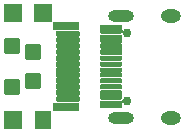
<source format=gbr>
%TF.GenerationSoftware,KiCad,Pcbnew,6.0.0-d3dd2cf0fa~116~ubuntu20.04.1*%
%TF.CreationDate,2022-01-22T11:47:11-08:00*%
%TF.ProjectId,usb-c-power-toggle,7573622d-632d-4706-9f77-65722d746f67,rev?*%
%TF.SameCoordinates,Original*%
%TF.FileFunction,Soldermask,Top*%
%TF.FilePolarity,Negative*%
%FSLAX46Y46*%
G04 Gerber Fmt 4.6, Leading zero omitted, Abs format (unit mm)*
G04 Created by KiCad (PCBNEW 6.0.0-d3dd2cf0fa~116~ubuntu20.04.1) date 2022-01-22 11:47:11*
%MOMM*%
%LPD*%
G01*
G04 APERTURE LIST*
G04 Aperture macros list*
%AMRoundRect*
0 Rectangle with rounded corners*
0 $1 Rounding radius*
0 $2 $3 $4 $5 $6 $7 $8 $9 X,Y pos of 4 corners*
0 Add a 4 corners polygon primitive as box body*
4,1,4,$2,$3,$4,$5,$6,$7,$8,$9,$2,$3,0*
0 Add four circle primitives for the rounded corners*
1,1,$1+$1,$2,$3*
1,1,$1+$1,$4,$5*
1,1,$1+$1,$6,$7*
1,1,$1+$1,$8,$9*
0 Add four rect primitives between the rounded corners*
20,1,$1+$1,$2,$3,$4,$5,0*
20,1,$1+$1,$4,$5,$6,$7,0*
20,1,$1+$1,$6,$7,$8,$9,0*
20,1,$1+$1,$8,$9,$2,$3,0*%
G04 Aperture macros list end*
%ADD10RoundRect,0.050800X-0.700000X0.750000X-0.700000X-0.750000X0.700000X-0.750000X0.700000X0.750000X0*%
%ADD11RoundRect,0.050800X-1.050000X0.325000X-1.050000X-0.325000X1.050000X-0.325000X1.050000X0.325000X0*%
%ADD12RoundRect,0.050800X-0.600000X0.600000X-0.600000X-0.600000X0.600000X-0.600000X0.600000X0.600000X0*%
%ADD13RoundRect,0.050800X-0.650000X0.750000X-0.650000X-0.750000X0.650000X-0.750000X0.650000X0.750000X0*%
%ADD14RoundRect,0.050800X-0.950000X0.175000X-0.950000X-0.175000X0.950000X-0.175000X0.950000X0.175000X0*%
%ADD15RoundRect,0.050800X0.875000X-0.150000X0.875000X0.150000X-0.875000X0.150000X-0.875000X-0.150000X0*%
%ADD16C,0.751600*%
%ADD17O,2.201600X1.001600*%
%ADD18O,1.701600X1.101600*%
G04 APERTURE END LIST*
D10*
%TO.C,P1*%
X132555000Y-74950000D03*
X130055000Y-74950000D03*
D11*
X134555000Y-76100000D03*
X134555000Y-82900000D03*
D12*
X131705000Y-80750000D03*
D13*
X132555000Y-84050000D03*
D12*
X131705000Y-78250000D03*
X129955000Y-77750000D03*
X129955000Y-81250000D03*
D10*
X130055000Y-84050000D03*
D14*
X134655000Y-81750000D03*
X134655000Y-81250000D03*
X134655000Y-78750000D03*
X134655000Y-78250000D03*
X134655000Y-76750000D03*
X134655000Y-77250000D03*
X134655000Y-77750000D03*
X134655000Y-79250000D03*
X134655000Y-79750000D03*
X134655000Y-80250000D03*
X134655000Y-80750000D03*
X134655000Y-82250000D03*
%TD*%
D15*
%TO.C,JP1*%
X138350000Y-76150000D03*
X138350000Y-76450000D03*
X138350000Y-77250000D03*
X138350000Y-76950000D03*
X138350000Y-81750000D03*
X138350000Y-82050000D03*
X138350000Y-82550000D03*
X138350000Y-82850000D03*
X138350000Y-79750000D03*
X138350000Y-80750000D03*
X138350000Y-81250000D03*
X138350000Y-80250000D03*
X138350000Y-77750000D03*
X138350000Y-78250000D03*
X138350000Y-78750000D03*
X138350000Y-79250000D03*
D16*
X139690000Y-76610000D03*
X139690000Y-82390000D03*
D17*
X139190000Y-75180000D03*
X139190000Y-83820000D03*
D18*
X143370000Y-75180000D03*
X143370000Y-83820000D03*
%TD*%
G36*
X139326061Y-82323725D02*
G01*
X139326474Y-82325286D01*
X139316225Y-82390000D01*
X139334518Y-82505502D01*
X139371839Y-82578748D01*
X139371734Y-82580745D01*
X139369952Y-82581653D01*
X139368758Y-82581177D01*
X139341235Y-82557671D01*
X139304356Y-82560573D01*
X139280159Y-82588905D01*
X139277775Y-82603952D01*
X139276517Y-82605506D01*
X139274541Y-82605193D01*
X139273800Y-82603639D01*
X139273800Y-82400199D01*
X139270048Y-82381339D01*
X139259479Y-82365521D01*
X139249000Y-82358519D01*
X139248115Y-82356725D01*
X139249226Y-82355062D01*
X139250501Y-82354894D01*
X139285108Y-82361779D01*
X139316034Y-82341116D01*
X139322637Y-82324244D01*
X139324199Y-82322996D01*
X139326061Y-82323725D01*
G37*
G36*
X133662674Y-82447735D02*
G01*
X133670521Y-82459479D01*
X133686339Y-82470048D01*
X133705199Y-82473800D01*
X135604801Y-82473800D01*
X135623661Y-82470048D01*
X135637701Y-82460667D01*
X135639697Y-82460536D01*
X135640808Y-82462199D01*
X135640475Y-82463441D01*
X135637262Y-82468251D01*
X135637902Y-82469549D01*
X135637569Y-82470529D01*
X135624178Y-82490570D01*
X135631440Y-82527072D01*
X135639426Y-82535058D01*
X135639675Y-82535360D01*
X135640476Y-82536558D01*
X135640607Y-82538554D01*
X135638944Y-82539666D01*
X135637702Y-82539333D01*
X135623661Y-82529952D01*
X135604801Y-82526200D01*
X133618054Y-82526200D01*
X133616322Y-82525200D01*
X133616322Y-82523200D01*
X133617289Y-82522352D01*
X133652229Y-82507879D01*
X133666429Y-82473598D01*
X133659097Y-82449427D01*
X133659551Y-82447479D01*
X133661465Y-82446898D01*
X133662674Y-82447735D01*
G37*
G36*
X139222917Y-82249800D02*
G01*
X139222917Y-82251800D01*
X139222296Y-82252463D01*
X139191340Y-82273146D01*
X139184122Y-82309429D01*
X139204798Y-82340372D01*
X139221648Y-82347352D01*
X139222866Y-82348939D01*
X139222101Y-82350787D01*
X139220883Y-82351200D01*
X137478815Y-82351200D01*
X137477083Y-82350200D01*
X137477083Y-82348200D01*
X137477704Y-82347537D01*
X137508660Y-82326854D01*
X137515878Y-82290571D01*
X137495202Y-82259628D01*
X137478352Y-82252648D01*
X137477134Y-82251061D01*
X137477899Y-82249213D01*
X137479117Y-82248800D01*
X139221185Y-82248800D01*
X139222917Y-82249800D01*
G37*
G36*
X133672298Y-81960667D02*
G01*
X133686339Y-81970048D01*
X133705199Y-81973800D01*
X135604801Y-81973800D01*
X135623661Y-81970048D01*
X135637701Y-81960667D01*
X135639697Y-81960536D01*
X135640808Y-81962199D01*
X135640475Y-81963441D01*
X135637262Y-81968251D01*
X135637902Y-81969549D01*
X135637569Y-81970529D01*
X135624178Y-81990570D01*
X135631440Y-82027072D01*
X135639426Y-82035058D01*
X135639675Y-82035360D01*
X135640476Y-82036558D01*
X135640607Y-82038554D01*
X135638944Y-82039666D01*
X135637702Y-82039333D01*
X135623661Y-82029952D01*
X135604801Y-82026200D01*
X133705199Y-82026200D01*
X133686339Y-82029952D01*
X133672299Y-82039333D01*
X133670303Y-82039464D01*
X133669192Y-82037801D01*
X133669525Y-82036559D01*
X133672738Y-82031749D01*
X133672098Y-82030451D01*
X133672431Y-82029471D01*
X133685822Y-82009430D01*
X133678560Y-81972928D01*
X133670574Y-81964942D01*
X133670325Y-81964640D01*
X133669524Y-81963442D01*
X133669393Y-81961446D01*
X133671056Y-81960334D01*
X133672298Y-81960667D01*
G37*
G36*
X139222917Y-81449800D02*
G01*
X139222917Y-81451800D01*
X139222296Y-81452463D01*
X139191340Y-81473146D01*
X139184122Y-81509429D01*
X139204798Y-81540372D01*
X139221648Y-81547352D01*
X139222866Y-81548939D01*
X139222101Y-81550787D01*
X139220883Y-81551200D01*
X137478815Y-81551200D01*
X137477083Y-81550200D01*
X137477083Y-81548200D01*
X137477704Y-81547537D01*
X137508660Y-81526854D01*
X137515878Y-81490571D01*
X137495202Y-81459628D01*
X137478352Y-81452648D01*
X137477134Y-81451061D01*
X137477899Y-81449213D01*
X137479117Y-81448800D01*
X139221185Y-81448800D01*
X139222917Y-81449800D01*
G37*
G36*
X133672298Y-81460667D02*
G01*
X133686339Y-81470048D01*
X133705199Y-81473800D01*
X135604801Y-81473800D01*
X135623661Y-81470048D01*
X135637701Y-81460667D01*
X135639697Y-81460536D01*
X135640808Y-81462199D01*
X135640475Y-81463441D01*
X135637262Y-81468251D01*
X135637902Y-81469549D01*
X135637569Y-81470529D01*
X135624178Y-81490570D01*
X135631440Y-81527072D01*
X135639426Y-81535058D01*
X135639675Y-81535360D01*
X135640476Y-81536558D01*
X135640607Y-81538554D01*
X135638944Y-81539666D01*
X135637702Y-81539333D01*
X135623661Y-81529952D01*
X135604801Y-81526200D01*
X133705199Y-81526200D01*
X133686339Y-81529952D01*
X133672299Y-81539333D01*
X133670303Y-81539464D01*
X133669192Y-81537801D01*
X133669525Y-81536559D01*
X133672738Y-81531749D01*
X133672098Y-81530451D01*
X133672431Y-81529471D01*
X133685822Y-81509430D01*
X133678560Y-81472928D01*
X133670574Y-81464942D01*
X133670325Y-81464640D01*
X133669524Y-81463442D01*
X133669393Y-81461446D01*
X133671056Y-81460334D01*
X133672298Y-81460667D01*
G37*
G36*
X139222917Y-80949800D02*
G01*
X139222917Y-80951800D01*
X139222296Y-80952463D01*
X139191340Y-80973146D01*
X139184122Y-81009429D01*
X139204798Y-81040372D01*
X139221648Y-81047352D01*
X139222866Y-81048939D01*
X139222101Y-81050787D01*
X139220883Y-81051200D01*
X137478815Y-81051200D01*
X137477083Y-81050200D01*
X137477083Y-81048200D01*
X137477704Y-81047537D01*
X137508660Y-81026854D01*
X137515878Y-80990571D01*
X137495202Y-80959628D01*
X137478352Y-80952648D01*
X137477134Y-80951061D01*
X137477899Y-80949213D01*
X137479117Y-80948800D01*
X139221185Y-80948800D01*
X139222917Y-80949800D01*
G37*
G36*
X133672298Y-80960667D02*
G01*
X133686339Y-80970048D01*
X133705199Y-80973800D01*
X135604801Y-80973800D01*
X135623661Y-80970048D01*
X135637701Y-80960667D01*
X135639697Y-80960536D01*
X135640808Y-80962199D01*
X135640475Y-80963441D01*
X135637262Y-80968251D01*
X135637902Y-80969549D01*
X135637569Y-80970529D01*
X135624178Y-80990570D01*
X135631440Y-81027072D01*
X135639426Y-81035058D01*
X135639675Y-81035360D01*
X135640476Y-81036558D01*
X135640607Y-81038554D01*
X135638944Y-81039666D01*
X135637702Y-81039333D01*
X135623661Y-81029952D01*
X135604801Y-81026200D01*
X133705199Y-81026200D01*
X133686339Y-81029952D01*
X133672299Y-81039333D01*
X133670303Y-81039464D01*
X133669192Y-81037801D01*
X133669525Y-81036559D01*
X133672738Y-81031749D01*
X133672098Y-81030451D01*
X133672431Y-81029471D01*
X133685822Y-81009430D01*
X133678560Y-80972928D01*
X133670574Y-80964942D01*
X133670325Y-80964640D01*
X133669524Y-80963442D01*
X133669393Y-80961446D01*
X133671056Y-80960334D01*
X133672298Y-80960667D01*
G37*
G36*
X139222917Y-80449800D02*
G01*
X139222917Y-80451800D01*
X139222296Y-80452463D01*
X139191340Y-80473146D01*
X139184122Y-80509429D01*
X139204798Y-80540372D01*
X139221648Y-80547352D01*
X139222866Y-80548939D01*
X139222101Y-80550787D01*
X139220883Y-80551200D01*
X137478815Y-80551200D01*
X137477083Y-80550200D01*
X137477083Y-80548200D01*
X137477704Y-80547537D01*
X137508660Y-80526854D01*
X137515878Y-80490571D01*
X137495202Y-80459628D01*
X137478352Y-80452648D01*
X137477134Y-80451061D01*
X137477899Y-80449213D01*
X137479117Y-80448800D01*
X139221185Y-80448800D01*
X139222917Y-80449800D01*
G37*
G36*
X133672298Y-80460667D02*
G01*
X133686339Y-80470048D01*
X133705199Y-80473800D01*
X135604801Y-80473800D01*
X135623661Y-80470048D01*
X135637701Y-80460667D01*
X135639697Y-80460536D01*
X135640808Y-80462199D01*
X135640475Y-80463441D01*
X135637262Y-80468251D01*
X135637902Y-80469549D01*
X135637569Y-80470529D01*
X135624178Y-80490570D01*
X135631440Y-80527072D01*
X135639426Y-80535058D01*
X135639675Y-80535360D01*
X135640476Y-80536558D01*
X135640607Y-80538554D01*
X135638944Y-80539666D01*
X135637702Y-80539333D01*
X135623661Y-80529952D01*
X135604801Y-80526200D01*
X133705199Y-80526200D01*
X133686339Y-80529952D01*
X133672299Y-80539333D01*
X133670303Y-80539464D01*
X133669192Y-80537801D01*
X133669525Y-80536559D01*
X133672738Y-80531749D01*
X133672098Y-80530451D01*
X133672431Y-80529471D01*
X133685822Y-80509430D01*
X133678560Y-80472928D01*
X133670574Y-80464942D01*
X133670325Y-80464640D01*
X133669524Y-80463442D01*
X133669393Y-80461446D01*
X133671056Y-80460334D01*
X133672298Y-80460667D01*
G37*
G36*
X139222917Y-79949800D02*
G01*
X139222917Y-79951800D01*
X139222296Y-79952463D01*
X139191340Y-79973146D01*
X139184122Y-80009429D01*
X139204798Y-80040372D01*
X139221648Y-80047352D01*
X139222866Y-80048939D01*
X139222101Y-80050787D01*
X139220883Y-80051200D01*
X137478815Y-80051200D01*
X137477083Y-80050200D01*
X137477083Y-80048200D01*
X137477704Y-80047537D01*
X137508660Y-80026854D01*
X137515878Y-79990571D01*
X137495202Y-79959628D01*
X137478352Y-79952648D01*
X137477134Y-79951061D01*
X137477899Y-79949213D01*
X137479117Y-79948800D01*
X139221185Y-79948800D01*
X139222917Y-79949800D01*
G37*
G36*
X133672298Y-79960667D02*
G01*
X133686339Y-79970048D01*
X133705199Y-79973800D01*
X135604801Y-79973800D01*
X135623661Y-79970048D01*
X135637701Y-79960667D01*
X135639697Y-79960536D01*
X135640808Y-79962199D01*
X135640475Y-79963441D01*
X135637262Y-79968251D01*
X135637902Y-79969549D01*
X135637569Y-79970529D01*
X135624178Y-79990570D01*
X135631440Y-80027072D01*
X135639426Y-80035058D01*
X135639675Y-80035360D01*
X135640476Y-80036558D01*
X135640607Y-80038554D01*
X135638944Y-80039666D01*
X135637702Y-80039333D01*
X135623661Y-80029952D01*
X135604801Y-80026200D01*
X133705199Y-80026200D01*
X133686339Y-80029952D01*
X133672299Y-80039333D01*
X133670303Y-80039464D01*
X133669192Y-80037801D01*
X133669525Y-80036559D01*
X133672738Y-80031749D01*
X133672098Y-80030451D01*
X133672431Y-80029471D01*
X133685822Y-80009430D01*
X133678560Y-79972928D01*
X133670574Y-79964942D01*
X133670325Y-79964640D01*
X133669524Y-79963442D01*
X133669393Y-79961446D01*
X133671056Y-79960334D01*
X133672298Y-79960667D01*
G37*
G36*
X139222917Y-79449800D02*
G01*
X139222917Y-79451800D01*
X139222296Y-79452463D01*
X139191340Y-79473146D01*
X139184122Y-79509429D01*
X139204798Y-79540372D01*
X139221648Y-79547352D01*
X139222866Y-79548939D01*
X139222101Y-79550787D01*
X139220883Y-79551200D01*
X137478815Y-79551200D01*
X137477083Y-79550200D01*
X137477083Y-79548200D01*
X137477704Y-79547537D01*
X137508660Y-79526854D01*
X137515878Y-79490571D01*
X137495202Y-79459628D01*
X137478352Y-79452648D01*
X137477134Y-79451061D01*
X137477899Y-79449213D01*
X137479117Y-79448800D01*
X139221185Y-79448800D01*
X139222917Y-79449800D01*
G37*
G36*
X133672298Y-79460667D02*
G01*
X133686339Y-79470048D01*
X133705199Y-79473800D01*
X135604801Y-79473800D01*
X135623661Y-79470048D01*
X135637701Y-79460667D01*
X135639697Y-79460536D01*
X135640808Y-79462199D01*
X135640475Y-79463441D01*
X135637262Y-79468251D01*
X135637902Y-79469549D01*
X135637569Y-79470529D01*
X135624178Y-79490570D01*
X135631440Y-79527072D01*
X135639426Y-79535058D01*
X135639675Y-79535360D01*
X135640476Y-79536558D01*
X135640607Y-79538554D01*
X135638944Y-79539666D01*
X135637702Y-79539333D01*
X135623661Y-79529952D01*
X135604801Y-79526200D01*
X133705199Y-79526200D01*
X133686339Y-79529952D01*
X133672299Y-79539333D01*
X133670303Y-79539464D01*
X133669192Y-79537801D01*
X133669525Y-79536559D01*
X133672738Y-79531749D01*
X133672098Y-79530451D01*
X133672431Y-79529471D01*
X133685822Y-79509430D01*
X133678560Y-79472928D01*
X133670574Y-79464942D01*
X133670325Y-79464640D01*
X133669524Y-79463442D01*
X133669393Y-79461446D01*
X133671056Y-79460334D01*
X133672298Y-79460667D01*
G37*
G36*
X139222917Y-78949800D02*
G01*
X139222917Y-78951800D01*
X139222296Y-78952463D01*
X139191340Y-78973146D01*
X139184122Y-79009429D01*
X139204798Y-79040372D01*
X139221648Y-79047352D01*
X139222866Y-79048939D01*
X139222101Y-79050787D01*
X139220883Y-79051200D01*
X137478815Y-79051200D01*
X137477083Y-79050200D01*
X137477083Y-79048200D01*
X137477704Y-79047537D01*
X137508660Y-79026854D01*
X137515878Y-78990571D01*
X137495202Y-78959628D01*
X137478352Y-78952648D01*
X137477134Y-78951061D01*
X137477899Y-78949213D01*
X137479117Y-78948800D01*
X139221185Y-78948800D01*
X139222917Y-78949800D01*
G37*
G36*
X133672298Y-78960667D02*
G01*
X133686339Y-78970048D01*
X133705199Y-78973800D01*
X135604801Y-78973800D01*
X135623661Y-78970048D01*
X135637701Y-78960667D01*
X135639697Y-78960536D01*
X135640808Y-78962199D01*
X135640475Y-78963441D01*
X135637262Y-78968251D01*
X135637902Y-78969549D01*
X135637569Y-78970529D01*
X135624178Y-78990570D01*
X135631440Y-79027072D01*
X135639426Y-79035058D01*
X135639675Y-79035360D01*
X135640476Y-79036558D01*
X135640607Y-79038554D01*
X135638944Y-79039666D01*
X135637702Y-79039333D01*
X135623661Y-79029952D01*
X135604801Y-79026200D01*
X133705199Y-79026200D01*
X133686339Y-79029952D01*
X133672299Y-79039333D01*
X133670303Y-79039464D01*
X133669192Y-79037801D01*
X133669525Y-79036559D01*
X133672738Y-79031749D01*
X133672098Y-79030451D01*
X133672431Y-79029471D01*
X133685822Y-79009430D01*
X133678560Y-78972928D01*
X133670574Y-78964942D01*
X133670325Y-78964640D01*
X133669524Y-78963442D01*
X133669393Y-78961446D01*
X133671056Y-78960334D01*
X133672298Y-78960667D01*
G37*
G36*
X139222917Y-78449800D02*
G01*
X139222917Y-78451800D01*
X139222296Y-78452463D01*
X139191340Y-78473146D01*
X139184122Y-78509429D01*
X139204798Y-78540372D01*
X139221648Y-78547352D01*
X139222866Y-78548939D01*
X139222101Y-78550787D01*
X139220883Y-78551200D01*
X137478815Y-78551200D01*
X137477083Y-78550200D01*
X137477083Y-78548200D01*
X137477704Y-78547537D01*
X137508660Y-78526854D01*
X137515878Y-78490571D01*
X137495202Y-78459628D01*
X137478352Y-78452648D01*
X137477134Y-78451061D01*
X137477899Y-78449213D01*
X137479117Y-78448800D01*
X139221185Y-78448800D01*
X139222917Y-78449800D01*
G37*
G36*
X133672298Y-78460667D02*
G01*
X133686339Y-78470048D01*
X133705199Y-78473800D01*
X135604801Y-78473800D01*
X135623661Y-78470048D01*
X135637701Y-78460667D01*
X135639697Y-78460536D01*
X135640808Y-78462199D01*
X135640475Y-78463441D01*
X135637262Y-78468251D01*
X135637902Y-78469549D01*
X135637569Y-78470529D01*
X135624178Y-78490570D01*
X135631440Y-78527072D01*
X135639426Y-78535058D01*
X135639675Y-78535360D01*
X135640476Y-78536558D01*
X135640607Y-78538554D01*
X135638944Y-78539666D01*
X135637702Y-78539333D01*
X135623661Y-78529952D01*
X135604801Y-78526200D01*
X133705199Y-78526200D01*
X133686339Y-78529952D01*
X133672299Y-78539333D01*
X133670303Y-78539464D01*
X133669192Y-78537801D01*
X133669525Y-78536559D01*
X133672738Y-78531749D01*
X133672098Y-78530451D01*
X133672431Y-78529471D01*
X133685822Y-78509430D01*
X133678560Y-78472928D01*
X133670574Y-78464942D01*
X133670325Y-78464640D01*
X133669524Y-78463442D01*
X133669393Y-78461446D01*
X133671056Y-78460334D01*
X133672298Y-78460667D01*
G37*
G36*
X139222917Y-77949800D02*
G01*
X139222917Y-77951800D01*
X139222296Y-77952463D01*
X139191340Y-77973146D01*
X139184122Y-78009429D01*
X139204798Y-78040372D01*
X139221648Y-78047352D01*
X139222866Y-78048939D01*
X139222101Y-78050787D01*
X139220883Y-78051200D01*
X137478815Y-78051200D01*
X137477083Y-78050200D01*
X137477083Y-78048200D01*
X137477704Y-78047537D01*
X137508660Y-78026854D01*
X137515878Y-77990571D01*
X137495202Y-77959628D01*
X137478352Y-77952648D01*
X137477134Y-77951061D01*
X137477899Y-77949213D01*
X137479117Y-77948800D01*
X139221185Y-77948800D01*
X139222917Y-77949800D01*
G37*
G36*
X133672298Y-77960667D02*
G01*
X133686339Y-77970048D01*
X133705199Y-77973800D01*
X135604801Y-77973800D01*
X135623661Y-77970048D01*
X135637701Y-77960667D01*
X135639697Y-77960536D01*
X135640808Y-77962199D01*
X135640475Y-77963441D01*
X135637262Y-77968251D01*
X135637902Y-77969549D01*
X135637569Y-77970529D01*
X135624178Y-77990570D01*
X135631440Y-78027072D01*
X135639426Y-78035058D01*
X135639675Y-78035360D01*
X135640476Y-78036558D01*
X135640607Y-78038554D01*
X135638944Y-78039666D01*
X135637702Y-78039333D01*
X135623661Y-78029952D01*
X135604801Y-78026200D01*
X133705199Y-78026200D01*
X133686339Y-78029952D01*
X133672299Y-78039333D01*
X133670303Y-78039464D01*
X133669192Y-78037801D01*
X133669525Y-78036559D01*
X133672738Y-78031749D01*
X133672098Y-78030451D01*
X133672431Y-78029471D01*
X133685822Y-78009430D01*
X133678560Y-77972928D01*
X133670574Y-77964942D01*
X133670325Y-77964640D01*
X133669524Y-77963442D01*
X133669393Y-77961446D01*
X133671056Y-77960334D01*
X133672298Y-77960667D01*
G37*
G36*
X139222917Y-77449800D02*
G01*
X139222917Y-77451800D01*
X139222296Y-77452463D01*
X139191340Y-77473146D01*
X139184122Y-77509429D01*
X139204798Y-77540372D01*
X139221648Y-77547352D01*
X139222866Y-77548939D01*
X139222101Y-77550787D01*
X139220883Y-77551200D01*
X137478815Y-77551200D01*
X137477083Y-77550200D01*
X137477083Y-77548200D01*
X137477704Y-77547537D01*
X137508660Y-77526854D01*
X137515878Y-77490571D01*
X137495202Y-77459628D01*
X137478352Y-77452648D01*
X137477134Y-77451061D01*
X137477899Y-77449213D01*
X137479117Y-77448800D01*
X139221185Y-77448800D01*
X139222917Y-77449800D01*
G37*
G36*
X133672298Y-77460667D02*
G01*
X133686339Y-77470048D01*
X133705199Y-77473800D01*
X135604801Y-77473800D01*
X135623661Y-77470048D01*
X135637701Y-77460667D01*
X135639697Y-77460536D01*
X135640808Y-77462199D01*
X135640475Y-77463441D01*
X135637262Y-77468251D01*
X135637902Y-77469549D01*
X135637569Y-77470529D01*
X135624178Y-77490570D01*
X135631440Y-77527072D01*
X135639426Y-77535058D01*
X135639675Y-77535360D01*
X135640476Y-77536558D01*
X135640607Y-77538554D01*
X135638944Y-77539666D01*
X135637702Y-77539333D01*
X135623661Y-77529952D01*
X135604801Y-77526200D01*
X133705199Y-77526200D01*
X133686339Y-77529952D01*
X133672299Y-77539333D01*
X133670303Y-77539464D01*
X133669192Y-77537801D01*
X133669525Y-77536559D01*
X133672738Y-77531749D01*
X133672098Y-77530451D01*
X133672431Y-77529471D01*
X133685822Y-77509430D01*
X133678560Y-77472928D01*
X133670574Y-77464942D01*
X133670325Y-77464640D01*
X133669524Y-77463442D01*
X133669393Y-77461446D01*
X133671056Y-77460334D01*
X133672298Y-77460667D01*
G37*
G36*
X133672298Y-76960667D02*
G01*
X133686339Y-76970048D01*
X133705199Y-76973800D01*
X135604801Y-76973800D01*
X135623661Y-76970048D01*
X135637701Y-76960667D01*
X135639697Y-76960536D01*
X135640808Y-76962199D01*
X135640475Y-76963441D01*
X135637262Y-76968251D01*
X135637902Y-76969549D01*
X135637569Y-76970529D01*
X135624178Y-76990570D01*
X135631440Y-77027072D01*
X135639426Y-77035058D01*
X135639675Y-77035360D01*
X135640476Y-77036558D01*
X135640607Y-77038554D01*
X135638944Y-77039666D01*
X135637702Y-77039333D01*
X135623661Y-77029952D01*
X135604801Y-77026200D01*
X133705199Y-77026200D01*
X133686339Y-77029952D01*
X133672299Y-77039333D01*
X133670303Y-77039464D01*
X133669192Y-77037801D01*
X133669525Y-77036559D01*
X133672738Y-77031749D01*
X133672098Y-77030451D01*
X133672431Y-77029471D01*
X133685822Y-77009430D01*
X133678560Y-76972928D01*
X133670574Y-76964942D01*
X133670325Y-76964640D01*
X133669524Y-76963442D01*
X133669393Y-76961446D01*
X133671056Y-76960334D01*
X133672298Y-76960667D01*
G37*
G36*
X139222917Y-76649800D02*
G01*
X139222917Y-76651800D01*
X139222296Y-76652463D01*
X139191340Y-76673146D01*
X139184122Y-76709429D01*
X139204798Y-76740372D01*
X139221648Y-76747352D01*
X139222866Y-76748939D01*
X139222101Y-76750787D01*
X139220883Y-76751200D01*
X137478815Y-76751200D01*
X137477083Y-76750200D01*
X137477083Y-76748200D01*
X137477704Y-76747537D01*
X137508660Y-76726854D01*
X137515878Y-76690571D01*
X137495202Y-76659628D01*
X137478352Y-76652648D01*
X137477134Y-76651061D01*
X137477899Y-76649213D01*
X137479117Y-76648800D01*
X139221185Y-76648800D01*
X139222917Y-76649800D01*
G37*
G36*
X139277648Y-76395599D02*
G01*
X139292121Y-76430539D01*
X139326298Y-76444696D01*
X139360719Y-76430438D01*
X139367337Y-76421329D01*
X139369164Y-76420516D01*
X139370782Y-76421691D01*
X139370737Y-76423413D01*
X139334518Y-76494498D01*
X139316225Y-76610000D01*
X139326683Y-76676030D01*
X139325967Y-76677897D01*
X139323991Y-76678210D01*
X139323003Y-76677388D01*
X139304089Y-76646524D01*
X139267922Y-76637841D01*
X139252571Y-76643850D01*
X139250594Y-76643551D01*
X139249865Y-76641688D01*
X139250731Y-76640325D01*
X139259479Y-76634479D01*
X139270048Y-76618661D01*
X139273800Y-76599801D01*
X139273800Y-76396364D01*
X139274800Y-76394632D01*
X139276800Y-76394632D01*
X139277648Y-76395599D01*
G37*
G36*
X135640808Y-76462199D02*
G01*
X135640475Y-76463441D01*
X135637262Y-76468251D01*
X135637902Y-76469549D01*
X135637569Y-76470529D01*
X135624178Y-76490570D01*
X135631440Y-76527072D01*
X135639426Y-76535058D01*
X135639675Y-76535360D01*
X135640476Y-76536558D01*
X135640607Y-76538554D01*
X135638944Y-76539666D01*
X135637702Y-76539333D01*
X135623661Y-76529952D01*
X135604801Y-76526200D01*
X133705199Y-76526200D01*
X133686339Y-76529952D01*
X133670521Y-76540521D01*
X133662197Y-76552979D01*
X133660403Y-76553864D01*
X133658740Y-76552753D01*
X133658572Y-76551478D01*
X133665457Y-76516869D01*
X133644842Y-76486017D01*
X133617470Y-76477714D01*
X133616103Y-76476254D01*
X133616684Y-76474340D01*
X133618051Y-76473800D01*
X135604801Y-76473800D01*
X135623661Y-76470048D01*
X135637701Y-76460667D01*
X135639697Y-76460536D01*
X135640808Y-76462199D01*
G37*
M02*

</source>
